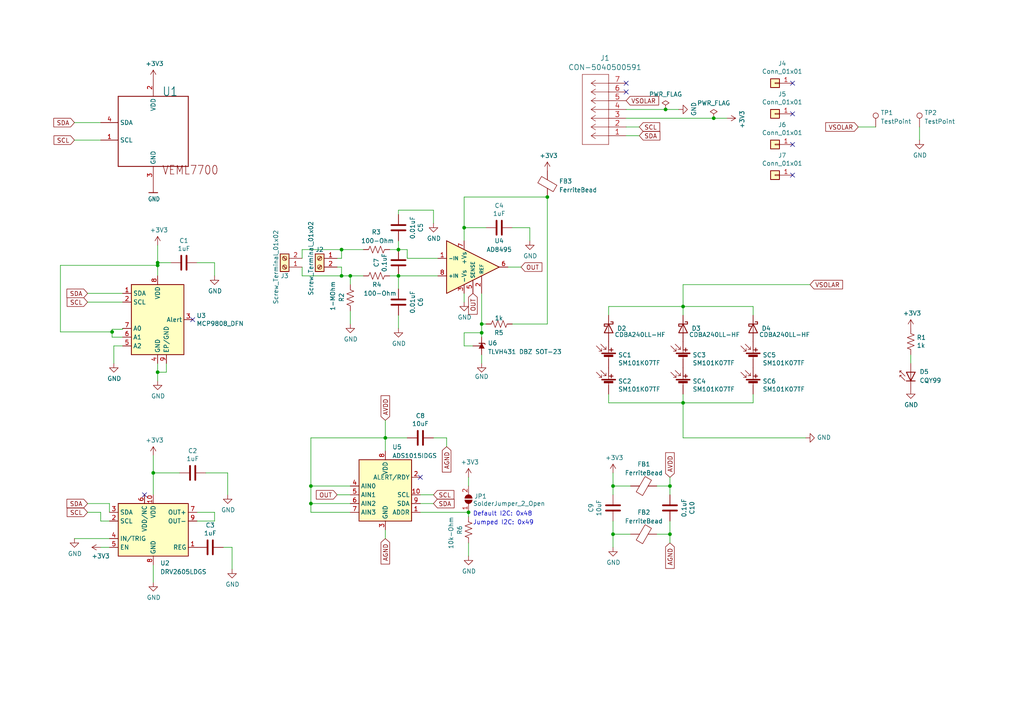
<source format=kicad_sch>
(kicad_sch (version 20211123) (generator eeschema)
  (paper "A4")
  (title_block (title "Solar Panel Board -Z") (date "2023-03-20") (rev "V3") (company "CPP BroncoSpace"))
  (lib_symbols
    (symbol "Adafruit VEML7700-eagle-import:GND" (power)
      (property "Value" "GND" (at -1.524 -2.54 0))
      (symbol "GND_1_0"
        (polyline (pts (xy -1.27 0) (xy 1.27 0)) (stroke (width 0.254)))
        (pin power_in line (at 0 2.54 270) (length 2.54) (name "GND") (number "1"))
      )
    )
    (symbol "Adafruit VEML7700-eagle-import:VEML7700"
      (property "Reference" "IC" (at 2.54 10.16 0))
      (symbol "VEML7700_1_0"
        (polyline (pts (xy -10.16 -10.16) (xy -10.16 10.16)) (stroke (width 0.254)))
        (polyline (pts (xy -10.16 10.16) (xy 10.16 10.16)) (stroke (width 0.254)))
        (polyline (pts (xy 10.16 -10.16) (xy -10.16 -10.16)) (stroke (width 0.254)))
        (polyline (pts (xy 10.16 10.16) (xy 10.16 -10.16)) (stroke (width 0.254)))
        (text "VEML7700" (at 2.54 -12.7 0) (effects (font (size 2.54 2.159)) (justify left bottom)))
        (pin bidirectional line (at -15.24 -2.54 0) (length 5.08) (name "SCL") (number "1"))
        (pin power_in line (at 0 15.24 270) (length 5.08) (name "VDD") (number "2"))
        (pin power_in line (at 0 -15.24 90) (length 5.08) (name "GND") (number "3"))
        (pin bidirectional line (at -15.24 2.54 0) (length 5.08) (name "SDA") (number "4"))
      )
    )
    (symbol "Analog_ADC:ADS1015IDGS"
      (property "Reference" "U" (at 2.54 13.97 0))
      (property "Value" "ADS1015IDGS" (at 7.62 11.43 0))
      (symbol "ADS1015IDGS_0_1"
        (rectangle (start -7.62 10.16) (end 7.62 -7.62) (stroke (width 0.254)) (fill (type background)))
      )
      (symbol "ADS1015IDGS_1_1"
        (pin input line (at 10.16 -5.08 180) (length 2.54) (name "ADDR") (number "1"))
        (pin input line (at 10.16 0 180) (length 2.54) (name "SCL") (number "10"))
        (pin output line (at 10.16 5.08 180) (length 2.54) (name "ALERT/RDY") (number "2"))
        (pin power_in line (at 0 -10.16 90) (length 2.54) (name "GND") (number "3"))
        (pin input line (at -10.16 2.54 0) (length 2.54) (name "AIN0") (number "4"))
        (pin input line (at -10.16 0 0) (length 2.54) (name "AIN1") (number "5"))
        (pin input line (at -10.16 -2.54 0) (length 2.54) (name "AIN2") (number "6"))
        (pin input line (at -10.16 -5.08 0) (length 2.54) (name "AIN3") (number "7"))
        (pin power_in line (at 0 12.7 270) (length 2.54) (name "VDD") (number "8"))
        (pin bidirectional line (at 10.16 -2.54 180) (length 2.54) (name "SDA") (number "9"))
      )
    )
    (symbol "Connector:Screw_Terminal_01x02" (pin_names (offset 1.016) hide)
      (property "Reference" "J" (at 0 2.54 0))
      (property "Value" "Screw_Terminal_01x02" (at 0 -5.08 0))
      (symbol "Screw_Terminal_01x02_1_1"
        (rectangle (start -1.27 1.27) (end 1.27 -3.81) (stroke (width 0.254)) (fill (type background)))
        (circle (center 0 -2.54) (radius 0.635) (stroke (width 0.1524)))
        (polyline (pts (xy -0.5334 -2.2098) (xy 0.3302 -3.048)) (stroke (width 0.1524)))
        (polyline (pts (xy -0.5334 0.3302) (xy 0.3302 -0.508)) (stroke (width 0.1524)))
        (polyline (pts (xy -0.3556 -2.032) (xy 0.508 -2.8702)) (stroke (width 0.1524)))
        (polyline (pts (xy -0.3556 0.508) (xy 0.508 -0.3302)) (stroke (width 0.1524)))
        (circle (center 0 0) (radius 0.635) (stroke (width 0.1524)))
        (pin passive line (at -5.08 0 0) (length 3.81) (name "Pin_1") (number "1"))
        (pin passive line (at -5.08 -2.54 0) (length 3.81) (name "Pin_2") (number "2"))
      )
    )
    (symbol "Connector:TestPoint" (pin_numbers hide) (pin_names (offset 0.762) hide)
      (property "Reference" "TP" (at 0 6.858 0))
      (property "Value" "TestPoint" (at 0 5.08 0))
      (symbol "TestPoint_0_1"
        (circle (center 0 3.302) (radius 0.762))
      )
      (symbol "TestPoint_1_1"
        (pin passive line (at 0 0 90) (length 2.54) (name "1") (number "1"))
      )
    )
    (symbol "Connector_Generic:Conn_01x01" (pin_names (offset 1.016) hide)
      (property "Reference" "J" (at 0 2.54 0))
      (property "Value" "Conn_01x01" (at 0 -2.54 0))
      (symbol "Conn_01x01_1_1"
        (rectangle (start -1.27 0.127) (end 0 -0.127) (stroke (width 0.1524)))
        (rectangle (start -1.27 1.27) (end 1.27 -1.27) (stroke (width 0.254)) (fill (type background)))
        (pin passive line (at -5.08 0 0) (length 3.81) (name "Pin_1") (number "1"))
      )
    )
    (symbol "Device:C" (pin_numbers hide) (pin_names (offset 0.254))
      (property "Reference" "C" (at 0.635 2.54 0))
      (property "Value" "C" (at 0.635 -2.54 0))
      (symbol "C_0_1"
        (polyline (pts (xy -2.032 -0.762) (xy 2.032 -0.762)) (stroke (width 0.508)))
        (polyline (pts (xy -2.032 0.762) (xy 2.032 0.762)) (stroke (width 0.508)))
      )
      (symbol "C_1_1"
        (pin passive line (at 0 3.81 270) (length 2.794) (name "~") (number "1"))
        (pin passive line (at 0 -3.81 90) (length 2.794) (name "~") (number "2"))
      )
    )
    (symbol "Device:D_Schottky" (pin_numbers hide) (pin_names (offset 1.016) hide)
      (property "Reference" "D" (at 0 2.54 0))
      (property "Value" "D_Schottky" (at 0 -2.54 0))
      (symbol "D_Schottky_0_1"
        (polyline (pts (xy 1.27 0) (xy -1.27 0)))
        (polyline (pts (xy 1.27 1.27) (xy 1.27 -1.27) (xy -1.27 0) (xy 1.27 1.27)) (stroke (width 0.254)))
        (polyline (pts (xy -1.905 0.635) (xy -1.905 1.27) (xy -1.27 1.27) (xy -1.27 -1.27) (xy -0.635 -1.27) (xy -0.635 -0.635)) (stroke (width 0.254)))
      )
      (symbol "D_Schottky_1_1"
        (pin passive line (at -3.81 0 0) (length 2.54) (name "K") (number "1"))
        (pin passive line (at 3.81 0 180) (length 2.54) (name "A") (number "2"))
      )
    )
    (symbol "Device:FerriteBead" (pin_numbers hide) (pin_names (offset 0))
      (property "Reference" "FB" (at -3.81 0.635 90))
      (property "Value" "FerriteBead" (at 3.81 0 90))
      (symbol "FerriteBead_0_1"
        (polyline (pts (xy 0 -1.27) (xy 0 -1.2192)))
        (polyline (pts (xy 0 1.27) (xy 0 1.2954)))
        (polyline (pts (xy -2.7686 0.4064) (xy -1.7018 2.2606) (xy 2.7686 -0.3048) (xy 1.6764 -2.159) (xy -2.7686 0.4064)))
      )
      (symbol "FerriteBead_1_1"
        (pin passive line (at 0 3.81 270) (length 2.54) (name "~") (number "1"))
        (pin passive line (at 0 -3.81 90) (length 2.54) (name "~") (number "2"))
      )
    )
    (symbol "Device:R_US" (pin_numbers hide) (pin_names (offset 0))
      (property "Reference" "R" (at 2.54 0 90))
      (property "Value" "R_US" (at -2.54 0 90))
      (symbol "R_US_0_1"
        (polyline (pts (xy 0 -2.286) (xy 0 -2.54)))
        (polyline (pts (xy 0 2.286) (xy 0 2.54)))
        (polyline (pts (xy 0 -0.762) (xy 1.016 -1.143) (xy 0 -1.524) (xy -1.016 -1.905) (xy 0 -2.286)))
        (polyline (pts (xy 0 0.762) (xy 1.016 0.381) (xy 0 0) (xy -1.016 -0.381) (xy 0 -0.762)))
        (polyline (pts (xy 0 2.286) (xy 1.016 1.905) (xy 0 1.524) (xy -1.016 1.143) (xy 0 0.762)))
      )
      (symbol "R_US_1_1"
        (pin passive line (at 0 3.81 270) (length 1.27) (name "~") (number "1"))
        (pin passive line (at 0 -3.81 90) (length 1.27) (name "~") (number "2"))
      )
    )
    (symbol "Device:Solar_Cell" (pin_numbers hide) (pin_names (offset 0) hide)
      (property "Reference" "SC" (at 2.54 2.54 0))
      (property "Value" "Solar_Cell" (at 2.54 0 0))
      (symbol "Solar_Cell_0_1"
        (rectangle (start -2.032 1.778) (end 2.032 1.524) (fill (type outline)))
        (rectangle (start -1.3208 1.1938) (end 1.27 0.6858) (fill (type outline)))
        (polyline (pts (xy -2.032 2.286) (xy -3.556 3.81)))
        (polyline (pts (xy -0.762 2.794) (xy -2.286 4.318)))
        (polyline (pts (xy 0 0.762) (xy 0 0)))
        (polyline (pts (xy 0 1.778) (xy 0 2.54)))
        (polyline (pts (xy 0.254 2.667) (xy 1.27 2.667)) (stroke (width 0.254)))
        (polyline (pts (xy 0.762 3.175) (xy 0.762 2.159)) (stroke (width 0.254)))
        (polyline (pts (xy -2.032 3.048) (xy -2.032 2.286) (xy -2.794 2.286)))
        (polyline (pts (xy -0.762 3.556) (xy -0.762 2.794) (xy -1.524 2.794)))
      )
      (symbol "Solar_Cell_1_1"
        (pin passive line (at 0 5.08 270) (length 2.54) (name "+") (number "1"))
        (pin passive line (at 0 -2.54 90) (length 2.54) (name "-") (number "2"))
      )
    )
    (symbol "Driver_Haptic:DRV2605LDGS"
      (property "Reference" "U" (at -10.16 8.255 0))
      (property "Value" "DRV2605LDGS" (at 2.54 -8.89 0))
      (symbol "DRV2605LDGS_0_1"
        (rectangle (start -10.16 7.62) (end 10.16 -7.62) (stroke (width 0.254)) (fill (type background)))
      )
      (symbol "DRV2605LDGS_1_1"
        (pin passive line (at 12.7 -5.08 180) (length 2.54) (name "REG") (number "1"))
        (pin power_in line (at 0 10.16 270) (length 2.54) (name "VDD") (number "10"))
        (pin input line (at -12.7 2.54 0) (length 2.54) (name "SCL") (number "2"))
        (pin bidirectional line (at -12.7 5.08 0) (length 2.54) (name "SDA") (number "3"))
        (pin input line (at -12.7 -2.54 0) (length 2.54) (name "IN/TRIG") (number "4"))
        (pin input line (at -12.7 -5.08 0) (length 2.54) (name "EN") (number "5"))
        (pin power_in line (at -2.54 10.16 270) (length 2.54) (name "VDD/NC") (number "6"))
        (pin output line (at 12.7 5.08 180) (length 2.54) (name "OUT+") (number "7"))
        (pin power_in line (at 0 -10.16 90) (length 2.54) (name "GND") (number "8"))
        (pin output line (at 12.7 2.54 180) (length 2.54) (name "OUT-") (number "9"))
      )
    )
    (symbol "Jumper:SolderJumper_2_Open" (pin_names (offset 0) hide)
      (property "Reference" "JP" (at 0 2.032 0))
      (property "Value" "SolderJumper_2_Open" (at 0 -2.54 0))
      (symbol "SolderJumper_2_Open_0_1"
        (arc (start -0.254 1.016) (mid -1.27 0) (end -0.254 -1.016))
        (arc (start -0.254 1.016) (mid -1.27 0) (end -0.254 -1.016) (fill (type outline)))
        (polyline (pts (xy -0.254 1.016) (xy -0.254 -1.016)))
        (polyline (pts (xy 0.254 1.016) (xy 0.254 -1.016)))
        (arc (start 0.254 -1.016) (mid 1.27 0) (end 0.254 1.016))
        (arc (start 0.254 -1.016) (mid 1.27 0) (end 0.254 1.016) (fill (type outline)))
      )
      (symbol "SolderJumper_2_Open_1_1"
        (pin passive line (at -3.81 0 0) (length 2.54) (name "A") (number "1"))
        (pin passive line (at 3.81 0 180) (length 2.54) (name "B") (number "2"))
      )
    )
    (symbol "LED:CQY99" (pin_numbers hide) (pin_names (offset 1.016) hide)
      (property "Reference" "D" (at 0.508 1.778 0))
      (property "Value" "CQY99" (at -1.016 -2.794 0))
      (symbol "CQY99_0_1"
        (polyline (pts (xy -2.54 1.27) (xy -2.54 -1.27)) (stroke (width 0.254)))
        (polyline (pts (xy 0 0) (xy -2.54 0)))
        (polyline (pts (xy 0.381 3.175) (xy -0.127 3.175)))
        (polyline (pts (xy -1.143 1.651) (xy 0.381 3.175) (xy 0.381 2.667)))
        (polyline (pts (xy 0 -1.27) (xy -2.54 0) (xy 0 1.27) (xy 0 -1.27)) (stroke (width 0.254)))
        (polyline (pts (xy -2.413 1.651) (xy -0.889 3.175) (xy -0.889 2.667) (xy -0.889 3.175) (xy -1.397 3.175)))
      )
      (symbol "CQY99_1_1"
        (pin passive line (at -5.08 0 0) (length 2.54) (name "K") (number "1"))
        (pin passive line (at 2.54 0 180) (length 2.54) (name "A") (number "2"))
      )
    )
    (symbol "Reference_Voltage:TL431DBZ" (pin_numbers hide) (pin_names hide)
      (property "Reference" "U" (at -2.54 2.54 0))
      (property "Value" "TL431DBZ" (at 0 -2.54 0))
      (symbol "TL431DBZ_0_1"
        (polyline (pts (xy -1.27 0) (xy 0 0) (xy 1.27 0)))
        (polyline (pts (xy -0.762 0.762) (xy 0.762 0) (xy -0.762 -0.762)) (fill (type outline)))
        (polyline (pts (xy 0.508 -1.016) (xy 0.762 -0.762) (xy 0.762 0.762) (xy 0.762 0.762)) (stroke (width 0.254)))
      )
      (symbol "TL431DBZ_1_1"
        (pin passive line (at 2.54 0 180) (length 2.54) (name "K") (number "1"))
        (pin passive line (at 0 2.54 270) (length 2.54) (name "REF") (number "2"))
        (pin passive line (at -2.54 0 0) (length 2.54) (name "A") (number "3"))
      )
    )
    (symbol "Sensor_Temperature:AD8495"
      (property "Reference" "U" (at 5.08 3.81 0))
      (property "Value" "AD8495" (at 8.89 -3.81 0))
      (symbol "AD8495_0_1"
        (polyline (pts (xy -7.62 7.62) (xy 7.62 0) (xy -7.62 -7.62) (xy -7.62 7.62)) (stroke (width 0.254)) (fill (type background)))
      )
      (symbol "AD8495_1_1"
        (pin input line (at -10.16 2.54 0) (length 2.54) (name "-IN") (number "1"))
        (pin input line (at 2.54 -7.62 90) (length 5.08) (name "REF") (number "2"))
        (pin power_in line (at -2.54 -7.62 90) (length 2.54) (name "-Vs") (number "3"))
        (pin no_connect line (at -5.08 0 180) (length 2.54) hide (name "NC") (number "4"))
        (pin passive line (at 0 -7.62 90) (length 3.81) (name "SENSE") (number "5"))
        (pin output line (at 10.16 0 180) (length 2.54) (name "~") (number "6"))
        (pin power_in line (at -2.54 7.62 270) (length 2.54) (name "+Vs") (number "7"))
        (pin input line (at -10.16 -2.54 0) (length 2.54) (name "+IN") (number "8"))
      )
    )
    (symbol "Sensor_Temperature:MCP9808_DFN"
      (property "Reference" "U" (at -6.35 11.43 0))
      (property "Value" "MCP9808_DFN" (at 10.16 11.43 0))
      (symbol "MCP9808_DFN_0_1"
        (rectangle (start -7.62 10.16) (end 7.62 -10.16) (stroke (width 0.254)) (fill (type background)))
      )
      (symbol "MCP9808_DFN_1_1"
        (pin bidirectional line (at -10.16 7.62 0) (length 2.54) (name "SDA") (number "1"))
        (pin input line (at -10.16 5.08 0) (length 2.54) (name "SCL") (number "2"))
        (pin output line (at 10.16 0 180) (length 2.54) (name "Alert") (number "3"))
        (pin power_in line (at 0 -12.7 90) (length 2.54) (name "GND") (number "4"))
        (pin input line (at -10.16 -7.62 0) (length 2.54) (name "A2") (number "5"))
        (pin input line (at -10.16 -5.08 0) (length 2.54) (name "A1") (number "6"))
        (pin input line (at -10.16 -2.54 0) (length 2.54) (name "A0") (number "7"))
        (pin power_in line (at 0 12.7 270) (length 2.54) (name "VDD") (number "8"))
        (pin power_in line (at 2.54 -12.7 90) (length 2.54) (name "EP/GND") (number "9"))
      )
    )
    (symbol "power:GND" (power) (pin_names (offset 0))
      (property "Value" "GND" (at 0 -3.81 0))
      (symbol "GND_0_1"
        (polyline (pts (xy 0 0) (xy 0 -1.27) (xy 1.27 -1.27) (xy 0 -2.54) (xy -1.27 -1.27) (xy 0 -1.27)))
      )
      (symbol "GND_1_1"
        (pin power_in line (at 0 0 270) (length 0) hide (name "GND") (number "1"))
      )
    )
    (symbol "power:PWR_FLAG" (power) (pin_numbers hide) (pin_names (offset 0) hide)
      (property "Value" "PWR_FLAG" (at 0 3.81 0))
      (symbol "PWR_FLAG_0_0"
        (pin power_out line (at 0 0 90) (length 0) (name "pwr") (number "1"))
      )
      (symbol "PWR_FLAG_0_1"
        (polyline (pts (xy 0 0) (xy 0 1.27) (xy -1.016 1.905) (xy 0 2.54) (xy 1.016 1.905) (xy 0 1.27)))
      )
    )
    (symbol "solar-panel-side-Z-rescue:+3.3V-power" (power) (pin_names (offset 0))
      (property "Value" "+3.3V-power" (at 0 3.556 0))
      (symbol "+3.3V-power_0_1"
        (polyline (pts (xy -0.762 1.27) (xy 0 2.54)))
        (polyline (pts (xy 0 0) (xy 0 2.54)))
        (polyline (pts (xy 0 2.54) (xy 0.762 1.27)))
      )
      (symbol "+3.3V-power_1_1"
        (pin power_in line (at 0 0 90) (length 0) hide (name "+3V3") (number "1"))
      )
    )
    (symbol "solar-panel-side-Z-rescue:CON-5040500591-ExtraComponents" (pin_names (offset 0.254) hide)
      (property "Reference" "J" (at 8.89 6.35 0))
      (property "Value" "CON-5040500591-ExtraComponents" (at 10.16 -7.62 0))
      (symbol "CON-5040500591-ExtraComponents_1_1"
        (polyline (pts (xy 5.08 -17.78) (xy 12.7 -17.78)) (stroke (width 0.127)))
        (polyline (pts (xy 5.08 2.54) (xy 5.08 -17.78)) (stroke (width 0.127)))
        (polyline (pts (xy 10.16 -15.24) (xy 5.08 -15.24)) (stroke (width 0.127)))
        (polyline (pts (xy 10.16 -15.24) (xy 8.89 -16.0782)) (stroke (width 0.127)))
        (polyline (pts (xy 10.16 -15.24) (xy 8.89 -14.4018)) (stroke (width 0.127)))
        (polyline (pts (xy 10.16 -12.7) (xy 5.08 -12.7)) (stroke (width 0.127)))
        (polyline (pts (xy 10.16 -12.7) (xy 8.89 -13.5382)) (stroke (width 0.127)))
        (polyline (pts (xy 10.16 -12.7) (xy 8.89 -11.8618)) (stroke (width 0.127)))
        (polyline (pts (xy 10.16 -10.16) (xy 5.08 -10.16)) (stroke (width 0.127)))
        (polyline (pts (xy 10.16 -10.16) (xy 8.89 -10.9982)) (stroke (width 0.127)))
        (polyline (pts (xy 10.16 -10.16) (xy 8.89 -9.3218)) (stroke (width 0.127)))
        (polyline (pts (xy 10.16 -7.62) (xy 5.08 -7.62)) (stroke (width 0.127)))
        (polyline (pts (xy 10.16 -7.62) (xy 8.89 -8.4582)) (stroke (width 0.127)))
        (polyline (pts (xy 10.16 -7.62) (xy 8.89 -6.7818)) (stroke (width 0.127)))
        (polyline (pts (xy 10.16 -5.08) (xy 5.08 -5.08)) (stroke (width 0.127)))
        (polyline (pts (xy 10.16 -5.08) (xy 8.89 -5.9182)) (stroke (width 0.127)))
        (polyline (pts (xy 10.16 -5.08) (xy 8.89 -4.2418)) (stroke (width 0.127)))
        (polyline (pts (xy 10.16 -2.54) (xy 5.08 -2.54)) (stroke (width 0.127)))
        (polyline (pts (xy 10.16 -2.54) (xy 8.89 -3.3782)) (stroke (width 0.127)))
        (polyline (pts (xy 10.16 -2.54) (xy 8.89 -1.7018)) (stroke (width 0.127)))
        (polyline (pts (xy 10.16 0) (xy 5.08 0)) (stroke (width 0.127)))
        (polyline (pts (xy 10.16 0) (xy 8.89 -0.8382)) (stroke (width 0.127)))
        (polyline (pts (xy 10.16 0) (xy 8.89 0.8382)) (stroke (width 0.127)))
        (polyline (pts (xy 12.7 -17.78) (xy 12.7 2.54)) (stroke (width 0.127)))
        (polyline (pts (xy 12.7 2.54) (xy 5.08 2.54)) (stroke (width 0.127)))
        (pin unspecified line (at 0 0 0) (length 5.08) (name "1") (number "1"))
        (pin unspecified line (at 0 -2.54 0) (length 5.08) (name "2") (number "2"))
        (pin unspecified line (at 0 -5.08 0) (length 5.08) (name "3") (number "3"))
        (pin unspecified line (at 0 -7.62 0) (length 5.08) (name "4") (number "4"))
        (pin unspecified line (at 0 -10.16 0) (length 5.08) (name "5") (number "5"))
        (pin unspecified line (at 0 -12.7 0) (length 5.08) (name "6") (number "6"))
        (pin unspecified line (at 0 -15.24 0) (length 5.08) (name "7") (number "7"))
      )
    )
  )
  (junction (at 90.17 146.05))
  (junction (at 194.31 140.97))
  (junction (at 139.7 96.52))
  (junction (at 101.6 80.01))
  (junction (at 45.72 107.95))
  (junction (at 99.06 72.39))
  (junction (at 32.512 96.266))
  (junction (at 177.8 140.97))
  (junction (at 139.7 93.98))
  (junction (at 115.57 72.39))
  (junction (at 44.45 137.16))
  (junction (at 158.75 57.15))
  (junction (at 194.31 154.94))
  (junction (at 198.12 88.9))
  (junction (at 198.12 116.84))
  (junction (at 193.04 31.75))
  (junction (at 45.72 76.2))
  (junction (at 115.57 80.01))
  (junction (at 111.76 127))
  (junction (at 207.01 34.29))
  (junction (at 45.72 76.962))
  (junction (at 135.89 148.59))
  (junction (at 99.06 80.01))
  (junction (at 90.17 140.97))
  (junction (at 134.62 66.04))
  (junction (at 177.8 154.94))
  (no_connect (at 181.61 24.13))
  (no_connect (at 229.87 41.91))
  (no_connect (at 229.87 33.02))
  (no_connect (at 41.91 143.51))
  (no_connect (at 55.88 92.71))
  (no_connect (at 181.61 26.67))
  (no_connect (at 229.87 24.13))
  (no_connect (at 229.87 50.8))
  (no_connect (at 121.92 138.43))
  (wire (pts (xy 115.57 62.23) (xy 115.57 60.96)))
  (wire (pts (xy 190.5 154.94) (xy 194.31 154.94)))
  (wire (pts (xy 25.4 87.63) (xy 35.56 87.63)))
  (wire (pts (xy 99.06 80.01) (xy 87.63 80.01)))
  (wire (pts (xy 198.12 82.55) (xy 234.95 82.55)))
  (wire (pts (xy 134.62 69.85) (xy 134.62 66.04)))
  (wire (pts (xy 101.6 80.01) (xy 105.41 80.01)))
  (wire (pts (xy 139.7 96.52) (xy 139.7 97.79)))
  (wire (pts (xy 139.7 93.98) (xy 139.7 96.52)))
  (wire (pts (xy 48.26 107.95) (xy 45.72 107.95)))
  (wire (pts (xy 32.512 95.504) (xy 35.56 95.504)))
  (wire (pts (xy 181.61 34.29) (xy 207.01 34.29)))
  (wire (pts (xy 181.61 36.83) (xy 185.42 36.83)))
  (wire (pts (xy 29.21 148.59) (xy 29.21 151.13)))
  (wire (pts (xy 44.45 137.16) (xy 44.45 143.51)))
  (wire (pts (xy 101.6 143.51) (xy 97.79 143.51)))
  (wire (pts (xy 177.8 151.13) (xy 177.8 154.94)))
  (wire (pts (xy 101.6 80.01) (xy 101.6 82.55)))
  (wire (pts (xy 153.67 66.04) (xy 153.67 69.85)))
  (wire (pts (xy 134.62 100.33) (xy 137.16 100.33)))
  (wire (pts (xy 31.75 146.05) (xy 31.75 148.59)))
  (wire (pts (xy 62.23 76.2) (xy 62.23 80.01)))
  (wire (pts (xy 127 74.93) (xy 118.11 74.93)))
  (wire (pts (xy 198.12 116.84) (xy 218.44 116.84)))
  (wire (pts (xy 45.72 76.2) (xy 45.72 76.962)))
  (wire (pts (xy 87.63 80.01) (xy 87.63 77.47)))
  (wire (pts (xy 99.06 80.01) (xy 101.6 80.01)))
  (wire (pts (xy 177.8 140.97) (xy 177.8 143.51)))
  (wire (pts (xy 147.32 77.47) (xy 151.13 77.47)))
  (wire (pts (xy 17.526 76.962) (xy 17.526 96.266)))
  (wire (pts (xy 121.92 148.59) (xy 135.89 148.59)))
  (wire (pts (xy 254 36.83) (xy 248.92 36.83)))
  (wire (pts (xy 87.63 72.39) (xy 87.63 74.93)))
  (wire (pts (xy 48.26 105.41) (xy 48.26 107.95)))
  (wire (pts (xy 90.17 127) (xy 111.76 127)))
  (wire (pts (xy 135.89 138.43) (xy 135.89 140.97)))
  (wire (pts (xy 194.31 154.94) (xy 194.31 157.48)))
  (wire (pts (xy 90.17 146.05) (xy 101.6 146.05)))
  (wire (pts (xy 44.45 163.83) (xy 44.45 168.91)))
  (wire (pts (xy 158.75 57.15) (xy 134.62 57.15)))
  (wire (pts (xy 45.72 76.962) (xy 17.526 76.962)))
  (wire (pts (xy 29.21 35.56) (xy 21.59 35.56)))
  (wire (pts (xy 99.06 72.39) (xy 87.63 72.39)))
  (wire (pts (xy 198.12 91.44) (xy 198.12 88.9)))
  (wire (pts (xy 125.73 127) (xy 129.54 127)))
  (wire (pts (xy 32.512 96.266) (xy 32.512 95.504)))
  (wire (pts (xy 194.31 140.97) (xy 194.31 143.51)))
  (wire (pts (xy 57.15 151.13) (xy 62.23 151.13)))
  (wire (pts (xy 97.79 74.93) (xy 99.06 74.93)))
  (wire (pts (xy 198.12 88.9) (xy 218.44 88.9)))
  (wire (pts (xy 177.8 140.97) (xy 182.88 140.97)))
  (wire (pts (xy 25.4 85.09) (xy 35.56 85.09)))
  (wire (pts (xy 134.62 96.52) (xy 139.7 96.52)))
  (wire (pts (xy 57.15 148.59) (xy 62.23 148.59)))
  (wire (pts (xy 129.54 127) (xy 129.54 129.54)))
  (wire (pts (xy 35.56 97.79) (xy 32.512 97.79)))
  (wire (pts (xy 25.4 148.59) (xy 29.21 148.59)))
  (wire (pts (xy 177.8 154.94) (xy 182.88 154.94)))
  (wire (pts (xy 97.79 77.47) (xy 99.06 77.47)))
  (wire (pts (xy 148.59 93.98) (xy 158.75 93.98)))
  (wire (pts (xy 45.72 76.2) (xy 49.53 76.2)))
  (wire (pts (xy 115.57 91.44) (xy 115.57 95.25)))
  (wire (pts (xy 45.72 107.95) (xy 45.72 110.49)))
  (wire (pts (xy 99.06 72.39) (xy 105.41 72.39)))
  (wire (pts (xy 21.59 40.64) (xy 29.21 40.64)))
  (wire (pts (xy 135.89 148.59) (xy 135.89 149.86)))
  (wire (pts (xy 181.61 31.75) (xy 193.04 31.75)))
  (wire (pts (xy 139.7 85.09) (xy 139.7 93.98)))
  (wire (pts (xy 193.04 31.75) (xy 196.85 31.75)))
  (wire (pts (xy 198.12 127) (xy 233.68 127)))
  (wire (pts (xy 176.53 88.9) (xy 198.12 88.9)))
  (wire (pts (xy 177.8 137.16) (xy 177.8 140.97)))
  (wire (pts (xy 134.62 66.04) (xy 140.97 66.04)))
  (wire (pts (xy 194.31 138.43) (xy 194.31 140.97)))
  (wire (pts (xy 90.17 140.97) (xy 101.6 140.97)))
  (wire (pts (xy 113.03 80.01) (xy 115.57 80.01)))
  (wire (pts (xy 29.21 158.75) (xy 31.75 158.75)))
  (wire (pts (xy 45.72 76.962) (xy 45.72 80.01)))
  (wire (pts (xy 25.4 146.05) (xy 31.75 146.05)))
  (wire (pts (xy 121.92 143.51) (xy 125.73 143.51)))
  (wire (pts (xy 113.03 72.39) (xy 115.57 72.39)))
  (wire (pts (xy 198.12 127) (xy 198.12 116.84)))
  (wire (pts (xy 134.62 57.15) (xy 134.62 66.04)))
  (wire (pts (xy 115.57 72.39) (xy 118.11 72.39)))
  (wire (pts (xy 111.76 127) (xy 111.76 130.81)))
  (wire (pts (xy 44.45 137.16) (xy 52.07 137.16)))
  (wire (pts (xy 115.57 80.01) (xy 127 80.01)))
  (wire (pts (xy 176.53 116.84) (xy 198.12 116.84)))
  (wire (pts (xy 45.72 71.12) (xy 45.72 76.2)))
  (wire (pts (xy 198.12 116.84) (xy 198.12 114.3)))
  (wire (pts (xy 90.17 146.05) (xy 90.17 140.97)))
  (wire (pts (xy 59.69 137.16) (xy 66.04 137.16)))
  (wire (pts (xy 177.8 154.94) (xy 177.8 158.75)))
  (wire (pts (xy 181.61 39.37) (xy 185.42 39.37)))
  (wire (pts (xy 115.57 60.96) (xy 125.73 60.96)))
  (wire (pts (xy 90.17 148.59) (xy 90.17 146.05)))
  (wire (pts (xy 134.62 96.52) (xy 134.62 100.33)))
  (wire (pts (xy 194.31 151.13) (xy 194.31 154.94)))
  (wire (pts (xy 66.04 137.16) (xy 66.04 143.51)))
  (wire (pts (xy 29.21 151.13) (xy 31.75 151.13)))
  (wire (pts (xy 17.526 96.266) (xy 32.512 96.266)))
  (wire (pts (xy 64.77 158.75) (xy 67.31 158.75)))
  (wire (pts (xy 99.06 80.01) (xy 99.06 77.47)))
  (wire (pts (xy 90.17 140.97) (xy 90.17 127)))
  (wire (pts (xy 134.62 85.09) (xy 134.62 87.63)))
  (wire (pts (xy 207.01 34.29) (xy 210.82 34.29)))
  (wire (pts (xy 176.53 88.9) (xy 176.53 91.44)))
  (wire (pts (xy 115.57 69.85) (xy 115.57 72.39)))
  (wire (pts (xy 198.12 88.9) (xy 198.12 82.55)))
  (wire (pts (xy 125.73 60.96) (xy 125.73 64.77)))
  (wire (pts (xy 118.11 74.93) (xy 118.11 72.39)))
  (wire (pts (xy 218.44 116.84) (xy 218.44 114.3)))
  (wire (pts (xy 62.23 151.13) (xy 62.23 148.59)))
  (wire (pts (xy 264.16 105.41) (xy 264.16 102.87)))
  (wire (pts (xy 44.45 132.08) (xy 44.45 137.16)))
  (wire (pts (xy 218.44 91.44) (xy 218.44 88.9)))
  (wire (pts (xy 158.75 57.15) (xy 158.75 93.98)))
  (wire (pts (xy 139.7 102.87) (xy 139.7 105.41)))
  (wire (pts (xy 121.92 146.05) (xy 125.73 146.05)))
  (wire (pts (xy 140.97 93.98) (xy 139.7 93.98)))
  (wire (pts (xy 101.6 90.17) (xy 101.6 93.98)))
  (wire (pts (xy 111.76 121.92) (xy 111.76 127)))
  (wire (pts (xy 35.56 95.504) (xy 35.56 95.25)))
  (wire (pts (xy 21.59 156.21) (xy 31.75 156.21)))
  (wire (pts (xy 32.512 97.79) (xy 32.512 96.266)))
  (wire (pts (xy 67.31 158.75) (xy 67.31 165.1)))
  (wire (pts (xy 33.02 100.33) (xy 33.02 105.41)))
  (wire (pts (xy 45.72 105.41) (xy 45.72 107.95)))
  (wire (pts (xy 111.76 153.67) (xy 111.76 156.21)))
  (wire (pts (xy 101.6 148.59) (xy 90.17 148.59)))
  (wire (pts (xy 148.59 66.04) (xy 153.67 66.04)))
  (wire (pts (xy 111.76 127) (xy 118.11 127)))
  (wire (pts (xy 35.56 100.33) (xy 33.02 100.33)))
  (wire (pts (xy 57.15 76.2) (xy 62.23 76.2)))
  (wire (pts (xy 99.06 72.39) (xy 99.06 74.93)))
  (wire (pts (xy 135.89 157.48) (xy 135.89 161.29)))
  (wire (pts (xy 190.5 140.97) (xy 194.31 140.97)))
  (wire (pts (xy 266.7 36.83) (xy 266.7 40.64)))
  (wire (pts (xy 115.57 80.01) (xy 115.57 83.82)))
  (wire (pts (xy 176.53 116.84) (xy 176.53 114.3)))
  (text "Default I2C: 0x48" (at 137.16 149.86 0) (effects (font (size 1.27 1.27)) (justify left bottom)))
  (text "Jumped I2C: 0x49" (at 137.16 152.4 0) (effects (font (size 1.27 1.27)) (justify left bottom)))
  (global_label "SDA" (shape input) (at 21.59 35.56 180) (property "Intersheet References" "${INTERSHEET_REFS}" (effects hide)))
  (global_label "SCL" (shape input) (at 25.4 87.63 180) (property "Intersheet References" "${INTERSHEET_REFS}" (effects hide)))
  (global_label "OUT" (shape input) (at 97.79 143.51 180) (property "Intersheet References" "${INTERSHEET_REFS}" (effects hide)))
  (global_label "AVDD" (shape input) (at 111.76 121.92 90) (property "Intersheet References" "${INTERSHEET_REFS}" (effects hide)))
  (global_label "SDA" (shape input) (at 125.73 146.05 0) (property "Intersheet References" "${INTERSHEET_REFS}" (effects hide)))
  (global_label "OUT" (shape input) (at 151.13 77.47 0) (property "Intersheet References" "${INTERSHEET_REFS}" (effects hide)))
  (global_label "AGND" (shape input) (at 129.54 129.54 270) (property "Intersheet References" "${INTERSHEET_REFS}" (effects hide)))
  (global_label "SDA" (shape input) (at 185.42 39.37 0) (property "Intersheet References" "${INTERSHEET_REFS}" (effects hide)))
  (global_label "VSOLAR" (shape input) (at 234.95 82.55 0) (property "Intersheet References" "${INTERSHEET_REFS}" (effects hide)))
  (global_label "SCL" (shape input) (at 125.73 143.51 0) (property "Intersheet References" "${INTERSHEET_REFS}" (effects hide)))
  (global_label "SCL" (shape input) (at 25.4 148.59 180) (property "Intersheet References" "${INTERSHEET_REFS}" (effects hide)))
  (global_label "SCL" (shape input) (at 21.59 40.64 180) (property "Intersheet References" "${INTERSHEET_REFS}" (effects hide)))
  (global_label "SDA" (shape input) (at 25.4 146.05 180) (property "Intersheet References" "${INTERSHEET_REFS}" (effects hide)))
  (global_label "AVDD" (shape input) (at 194.31 138.43 90) (property "Intersheet References" "${INTERSHEET_REFS}" (effects hide)))
  (global_label "VSOLAR" (shape input) (at 248.92 36.83 180) (property "Intersheet References" "${INTERSHEET_REFS}" (effects hide)))
  (global_label "AGND" (shape input) (at 111.76 156.21 270) (property "Intersheet References" "${INTERSHEET_REFS}" (effects hide)))
  (global_label "SDA" (shape input) (at 25.4 85.09 180) (property "Intersheet References" "${INTERSHEET_REFS}" (effects hide)))
  (global_label "OUT" (shape input) (at 137.16 85.09 270) (property "Intersheet References" "${INTERSHEET_REFS}" (effects hide)))
  (global_label "AGND" (shape input) (at 194.31 157.48 270) (property "Intersheet References" "${INTERSHEET_REFS}" (effects hide)))
  (global_label "SCL" (shape input) (at 185.42 36.83 0) (property "Intersheet References" "${INTERSHEET_REFS}" (effects hide)))
  (global_label "VSOLAR" (shape input) (at 181.61 29.21 0) (property "Intersheet References" "${INTERSHEET_REFS}" (effects hide)))
  (symbol (lib_id "Device:D_Schottky") (at 176.53 95.25 270) (unit 1)
    (property "Reference" "D2" (at 180.34 95.25 90))
    (property "Value" "CDBA240LL-HF" (at 193.04 97.79 90) (effects (justify right bottom)))
    (property "Footprint" "SolarPanelBoards:DO-214AC" (effects hide))
  )
  (symbol (lib_id "Device:Solar_Cell") (at 176.53 111.76 0) (unit 1)
    (property "Reference" "SC2" (at 179.2732 110.5916 0) (effects (justify left)))
    (property "Value" "SM101K07TF" (at 179.2732 112.903 0) (effects (justify left)))
    (property "Footprint" "SolarPanelBoards:KXOB101K08F-TR" (effects hide))
  )
  (symbol (lib_id "Device:Solar_Cell") (at 198.12 104.14 0) (unit 1)
    (property "Reference" "SC3" (at 200.8632 102.9716 0) (effects (justify left)))
    (property "Value" "SM101K07TF" (at 200.8632 105.283 0) (effects (justify left)))
    (property "Footprint" "SolarPanelBoards:KXOB101K08F-TR" (effects hide))
  )
  (symbol (lib_id "Device:Solar_Cell") (at 198.12 111.76 0) (unit 1)
    (property "Reference" "SC4" (at 200.8632 110.5916 0) (effects (justify left)))
    (property "Value" "SM101K07TF" (at 200.8632 112.903 0) (effects (justify left)))
    (property "Footprint" "SolarPanelBoards:KXOB101K08F-TR" (effects hide))
  )
  (symbol (lib_id "Device:Solar_Cell") (at 176.53 104.14 0) (unit 1)
    (property "Reference" "SC1" (at 179.2732 102.9716 0) (effects (justify left)))
    (property "Value" "SM101K07TF" (at 179.2732 105.283 0) (effects (justify left)))
    (property "Footprint" "SolarPanelBoards:KXOB101K08F-TR" (effects hide))
  )
  (symbol (lib_id "Device:D_Schottky") (at 198.12 95.25 270) (unit 1)
    (property "Reference" "D3" (at 201.93 95.25 90))
    (property "Value" "CDBA240LL-HF" (at 214.63 97.79 90) (effects (justify right bottom)))
    (property "Footprint" "SolarPanelBoards:DO-214AC" (effects hide))
  )
  (symbol (lib_id "power:GND") (at 233.68 127 90) (unit 1)
    (property "Reference" "#PWR023" (effects hide))
    (property "Value" "GND" (at 236.9312 126.873 90) (effects (justify right)))
  )
  (symbol (lib_id "solar-panel-side-Z-rescue:+3.3V-power") (at 210.82 34.29 270) (unit 1)
    (property "Reference" "#PWR021" (effects hide))
    (property "Value" "+3.3V" (at 215.2142 34.671 0))
  )
  (symbol (lib_id "power:PWR_FLAG") (at 207.01 34.29 0) (unit 1)
    (property "Reference" "#FLG02" (effects hide))
    (property "Value" "PWR_FLAG" (at 207.01 29.8958 0))
  )
  (symbol (lib_id "Device:Solar_Cell") (at 218.44 111.76 0) (unit 1)
    (property "Reference" "SC6" (at 221.1832 110.5916 0) (effects (justify left)))
    (property "Value" "SM101K07TF" (at 221.1832 112.903 0) (effects (justify left)))
    (property "Footprint" "SolarPanelBoards:KXOB101K08F-TR" (effects hide))
  )
  (symbol (lib_id "Device:Solar_Cell") (at 218.44 104.14 0) (unit 1)
    (property "Reference" "SC5" (at 221.1832 102.9716 0) (effects (justify left)))
    (property "Value" "SM101K07TF" (at 221.1832 105.283 0) (effects (justify left)))
    (property "Footprint" "SolarPanelBoards:KXOB101K08F-TR" (effects hide))
  )
  (symbol (lib_id "Device:D_Schottky") (at 218.44 95.25 270) (unit 1)
    (property "Reference" "D4" (at 222.25 95.25 90))
    (property "Value" "CDBA240LL-HF" (at 234.95 97.79 90) (effects (justify right bottom)))
    (property "Footprint" "SolarPanelBoards:DO-214AC" (effects hide))
  )
  (symbol (lib_id "solar-panel-side-Z-rescue:CON-5040500591-ExtraComponents") (at 181.61 39.37 180) (unit 1)
    (property "Reference" "J1" (at 175.4632 16.8402 0) (effects (font (size 1.524 1.524))))
    (property "Value" "CON-5040500591" (at 175.4632 19.5326 0) (effects (font (size 1.524 1.524))))
    (property "Footprint" "SolarPanelBoards:CON_5040500591" (effects hide))
  )
  (symbol (lib_id "Connector_Generic:Conn_01x01") (at 224.79 24.13 180) (unit 1)
    (property "Reference" "J4" (at 226.8728 18.415 0))
    (property "Value" "Conn_01x01" (at 226.8728 20.7264 0))
    (property "Footprint" "SolarPanelBoards:MountingHoles" (effects hide))
  )
  (symbol (lib_id "Connector_Generic:Conn_01x01") (at 224.79 33.02 180) (unit 1)
    (property "Reference" "J5" (at 226.8728 27.305 0))
    (property "Value" "Conn_01x01" (at 226.8728 29.6164 0))
    (property "Footprint" "SolarPanelBoards:MountingHoles" (effects hide))
  )
  (symbol (lib_id "Connector_Generic:Conn_01x01") (at 224.79 41.91 180) (unit 1)
    (property "Reference" "J6" (at 226.8728 36.195 0))
    (property "Value" "Conn_01x01" (at 226.8728 38.5064 0))
    (property "Footprint" "SolarPanelBoards:MountingHoles" (effects hide))
  )
  (symbol (lib_id "Connector_Generic:Conn_01x01") (at 224.79 50.8 180) (unit 1)
    (property "Reference" "J7" (at 226.8728 45.085 0))
    (property "Value" "Conn_01x01" (at 226.8728 47.3964 0))
    (property "Footprint" "SolarPanelBoards:MountingHoles" (effects hide))
  )
  (symbol (lib_id "Device:C") (at 177.8 147.32 180) (unit 1)
    (property "Reference" "C9" (at 171.3992 147.32 90))
    (property "Value" "10uF" (at 173.7106 147.32 90))
    (property "Footprint" "Capacitor_SMD:C_0805_2012Metric" (effects hide))
  )
  (symbol (lib_id "Adafruit VEML7700-eagle-import:VEML7700") (at 44.45 38.1 0) (unit 1)
    (property "Reference" "U1" (at 46.99 27.94 0) (effects (font (size 2.54 2.159)) (justify left bottom)))
    (property "Value" "VEML7700" (effects hide))
    (property "Footprint" "VEML7700-TT:XDCR_VEML7700-TT" (effects hide))
  )
  (symbol (lib_id "power:GND") (at 62.23 80.01 0) (unit 1)
    (property "Reference" "#PWR010" (effects hide))
    (property "Value" "GND" (at 62.357 84.4042 0))
  )
  (symbol (lib_id "Connector:Screw_Terminal_01x02") (at 92.71 74.93 0) (mirror y) (unit 1)
    (property "Reference" "J2" (at 92.71 72.39 0))
    (property "Value" "Screw_Terminal_01x02" (at 90.17 74.93 90))
    (property "Footprint" "SolarPanelBoards:ScrewTerminal" (effects hide))
  )
  (symbol (lib_id "Device:C") (at 55.88 137.16 90) (unit 1)
    (property "Reference" "C2" (at 55.88 130.7592 90))
    (property "Value" "1uF" (at 55.88 133.0706 90))
    (property "Footprint" "Capacitor_SMD:C_0805_2012Metric" (effects hide))
  )
  (symbol (lib_id "Adafruit VEML7700-eagle-import:GND") (at 44.45 55.88 0) (unit 1)
    (property "Reference" "#U$0101" (effects hide))
    (property "Value" "GND" (at 42.926 58.42 0) (effects (font (size 1.27 1.0795)) (justify left bottom)))
    (property "Footprint" "Adafruit VEML7700:" (effects hide))
  )
  (symbol (lib_id "power:GND") (at 44.45 168.91 0) (unit 1)
    (property "Reference" "#PWR06" (effects hide))
    (property "Value" "GND" (at 44.577 173.3042 0))
  )
  (symbol (lib_id "Device:FerriteBead") (at 158.75 53.34 180) (unit 1)
    (property "Reference" "FB3" (at 162.1536 52.5561 0) (effects (justify right)))
    (property "Value" "FerriteBead" (at 162.1536 55.093 0) (effects (justify right)))
    (property "Footprint" "Resistor_SMD:R_0603_1608Metric" (effects hide))
  )
  (symbol (lib_id "solar-panel-side-Z-rescue:+3.3V-power") (at 29.21 158.75 90) (unit 1)
    (property "Reference" "#PWR02" (effects hide))
    (property "Value" "+3.3V" (at 29.21 161.29 90))
  )
  (symbol (lib_id "Device:R_US") (at 109.22 72.39 90) (unit 1)
    (property "Reference" "R3" (at 110.49 67.31 90) (effects (justify left)))
    (property "Value" "100-Ohm" (at 114.3 69.85 90) (effects (justify left)))
    (property "Footprint" "Resistor_SMD:R_0603_1608Metric" (effects hide))
  )
  (symbol (lib_id "Device:C") (at 115.57 76.2 180) (unit 1)
    (property "Reference" "C7" (at 109.1692 76.2 90))
    (property "Value" "0.1uF" (at 111.4806 76.2 90))
    (property "Footprint" "Capacitor_SMD:C_0805_2012Metric" (effects hide))
  )
  (symbol (lib_id "power:GND") (at 139.7 105.41 0) (unit 1)
    (property "Reference" "#PWR013" (effects hide))
    (property "Value" "GND" (at 139.7 109.22 0))
  )
  (symbol (lib_id "Device:R_US") (at 109.22 80.01 270) (unit 1)
    (property "Reference" "R4" (at 107.95 82.55 90) (effects (justify left)))
    (property "Value" "100-Ohm" (at 105.41 85.09 90) (effects (justify left)))
    (property "Footprint" "Resistor_SMD:R_0603_1608Metric" (effects hide))
  )
  (symbol (lib_id "Analog_ADC:ADS1015IDGS") (at 111.76 143.51 0) (unit 1)
    (property "Reference" "U5" (at 113.7794 129.6502 0) (effects (justify left)))
    (property "Value" "ADS1015IDGS" (at 113.7794 132.1871 0) (effects (justify left)))
    (property "Footprint" "Package_SO:TSSOP-10_3x3mm_P0.5mm" (effects hide))
    (property "Datasheet" "http://www.ti.com/lit/ds/symlink/ads1015.pdf" (effects hide))
  )
  (symbol (lib_id "Device:R_US") (at 144.78 93.98 90) (unit 1)
    (property "Reference" "R5" (at 146.05 96.52 90) (effects (justify left)))
    (property "Value" "1k" (at 145.923 92.2528 90) (effects (justify left)))
    (property "Footprint" "Resistor_SMD:R_0603_1608Metric" (effects hide))
  )
  (symbol (lib_id "Device:C") (at 194.31 147.32 0) (unit 1)
    (property "Reference" "C10" (at 200.7108 147.32 90))
    (property "Value" "0.1uF" (at 198.3994 147.32 90))
    (property "Footprint" "Capacitor_SMD:C_0805_2012Metric" (effects hide))
  )
  (symbol (lib_id "Sensor_Temperature:AD8495") (at 137.16 77.47 0) (unit 1)
    (property "Reference" "U4" (at 144.78 69.8531 0))
    (property "Value" "AD8495" (at 144.78 72.39 0))
    (property "Footprint" "Package_SO:MSOP-8_3x3mm_P0.65mm" (effects hide))
    (property "Datasheet" "https://www.analog.com/media/en/technical-documentation/data-sheets/ad8494_8495_8496_8497.pdf" (effects hide))
  )
  (symbol (lib_id "Device:C") (at 144.78 66.04 90) (unit 1)
    (property "Reference" "C4" (at 144.78 59.6392 90))
    (property "Value" "1uF" (at 144.78 61.9506 90))
    (property "Footprint" "Capacitor_SMD:C_0805_2012Metric" (effects hide))
  )
  (symbol (lib_id "Connector:Screw_Terminal_01x02") (at 82.55 77.47 180) (unit 1)
    (property "Reference" "J3" (at 82.55 80.01 0))
    (property "Value" "Screw_Terminal_01x02" (at 80.01 77.47 90))
    (property "Footprint" "TerminalBlock:TerminalBlock_bornier-2_P5.08mm" (effects hide))
  )
  (symbol (lib_id "Jumper:SolderJumper_2_Open") (at 135.89 144.78 90) (unit 1)
    (property "Reference" "JP1" (at 137.541 143.9453 90) (effects (justify right)))
    (property "Value" "SolderJumper_2_Open" (at 137.16 146.05 90) (effects (justify right)))
    (property "Footprint" "Jumper:SolderJumper-2_P1.3mm_Open_RoundedPad1.0x1.5mm" (effects hide))
  )
  (symbol (lib_id "power:GND") (at 115.57 95.25 0) (unit 1)
    (property "Reference" "#PWR08" (effects hide))
    (property "Value" "GND" (at 115.697 99.6442 0))
  )
  (symbol (lib_id "power:GND") (at 266.7 40.64 0) (unit 1)
    (property "Reference" "#PWR025" (effects hide))
    (property "Value" "GND" (at 266.827 45.0342 0))
  )
  (symbol (lib_id "power:GND") (at 125.73 64.77 0) (unit 1)
    (property "Reference" "#PWR09" (effects hide))
    (property "Value" "GND" (at 125.857 69.1642 0))
  )
  (symbol (lib_id "Device:C") (at 115.57 87.63 0) (unit 1)
    (property "Reference" "C6" (at 121.9708 87.63 90))
    (property "Value" "0.01uF" (at 119.6594 87.63 90))
    (property "Footprint" "Capacitor_SMD:C_0805_2012Metric" (effects hide))
  )
  (symbol (lib_id "Connector:TestPoint") (at 266.7 36.83 0) (unit 1)
    (property "Reference" "TP2" (at 268.097 32.6933 0) (effects (justify left)))
    (property "Value" "TestPoint" (at 268.097 35.2302 0) (effects (justify left)))
    (property "Footprint" "SolarPanelBoards:Test Pad" (effects hide))
  )
  (symbol (lib_id "Driver_Haptic:DRV2605LDGS") (at 44.45 153.67 0) (unit 1)
    (property "Reference" "U2" (at 46.4694 163.3204 0) (effects (justify left)))
    (property "Value" "DRV2605LDGS" (at 46.4694 165.8573 0) (effects (justify left)))
    (property "Footprint" "Package_SO:VSSOP-10_3x3mm_P0.5mm" (effects hide))
    (property "Datasheet" "http://www.ti.com/lit/ds/symlink/drv2605l.pdf" (effects hide))
  )
  (symbol (lib_id "power:GND") (at 135.89 161.29 0) (unit 1)
    (property "Reference" "#PWR016" (effects hide))
    (property "Value" "GND" (at 136.017 165.6842 0))
  )
  (symbol (lib_id "solar-panel-side-Z-rescue:+3.3V-power") (at 158.75 49.53 0) (unit 1)
    (property "Reference" "#PWR019" (effects hide))
    (property "Value" "+3.3V" (at 159.131 45.1358 0))
  )
  (symbol (lib_id "power:GND") (at 67.31 165.1 0) (unit 1)
    (property "Reference" "#PWR012" (effects hide))
    (property "Value" "GND" (at 67.437 169.4942 0))
  )
  (symbol (lib_id "Reference_Voltage:TL431DBZ") (at 139.7 100.33 90) (unit 1)
    (property "Reference" "U6" (at 141.478 99.4953 90) (effects (justify right)))
    (property "Value" "TLVH431 DBZ SOT-23" (at 141.478 102.0322 90) (effects (justify right)))
    (property "Footprint" "Package_TO_SOT_SMD:SOT-23" (effects hide))
    (property "Datasheet" "http://www.ti.com/lit/ds/symlink/tl431.pdf" (effects hide))
  )
  (symbol (lib_id "Device:R_US") (at 135.89 153.67 180) (unit 1)
    (property "Reference" "R6" (at 133.35 152.4 90) (effects (justify left)))
    (property "Value" "10k-Ohm" (at 130.81 149.86 90) (effects (justify left)))
    (property "Footprint" "Resistor_SMD:R_0603_1608Metric" (effects hide))
  )
  (symbol (lib_id "Device:C") (at 60.96 158.75 90) (unit 1)
    (property "Reference" "C3" (at 60.96 152.3492 90))
    (property "Value" "1uF" (at 60.96 154.6606 90))
    (property "Footprint" "Capacitor_SMD:C_0805_2012Metric" (effects hide))
  )
  (symbol (lib_id "Device:R_US") (at 264.16 99.06 0) (unit 1)
    (property "Reference" "R1" (at 265.8872 97.8916 0) (effects (justify left)))
    (property "Value" "1k" (at 265.8872 100.203 0) (effects (justify left)))
    (property "Footprint" "Resistor_SMD:R_0603_1608Metric" (effects hide))
  )
  (symbol (lib_id "Device:FerriteBead") (at 186.69 154.94 270) (unit 1)
    (property "Reference" "FB2" (at 186.7408 148.5986 90))
    (property "Value" "FerriteBead" (at 186.7408 151.1355 90))
    (property "Footprint" "Resistor_SMD:R_0603_1608Metric" (effects hide))
  )
  (symbol (lib_id "power:GND") (at 66.04 143.51 0) (unit 1)
    (property "Reference" "#PWR011" (effects hide))
    (property "Value" "GND" (at 66.167 147.9042 0))
  )
  (symbol (lib_id "power:GND") (at 101.6 93.98 0) (unit 1)
    (property "Reference" "#PWR04" (effects hide))
    (property "Value" "GND" (at 101.727 98.3742 0))
  )
  (symbol (lib_id "Connector:TestPoint") (at 254 36.83 0) (unit 1)
    (property "Reference" "TP1" (at 255.397 32.6933 0) (effects (justify left)))
    (property "Value" "TestPoint" (at 255.397 35.2302 0) (effects (justify left)))
    (property "Footprint" "SolarPanelBoards:Test Pad" (effects hide))
  )
  (symbol (lib_id "Device:C") (at 115.57 66.04 0) (unit 1)
    (property "Reference" "C5" (at 121.9708 66.04 90))
    (property "Value" "0.01uF" (at 119.6594 66.04 90))
    (property "Footprint" "Capacitor_SMD:C_0805_2012Metric" (effects hide))
  )
  (symbol (lib_id "solar-panel-side-Z-rescue:+3.3V-power") (at 44.45 22.86 0) (unit 1)
    (property "Reference" "#PWR0102" (effects hide))
    (property "Value" "+3.3V" (at 44.831 18.4658 0))
  )
  (symbol (lib_id "power:GND") (at 45.72 110.49 0) (unit 1)
    (property "Reference" "#PWR07" (effects hide))
    (property "Value" "GND" (at 45.847 114.8842 0))
  )
  (symbol (lib_id "power:GND") (at 264.16 113.03 0) (unit 1)
    (property "Reference" "#PWR0104" (effects hide))
    (property "Value" "GND" (at 264.287 117.4242 0))
  )
  (symbol (lib_id "power:GND") (at 21.59 156.21 0) (unit 1)
    (property "Reference" "#PWR01" (effects hide))
    (property "Value" "GND" (at 21.717 160.6042 0))
  )
  (symbol (lib_id "power:GND") (at 196.85 31.75 90) (unit 1)
    (property "Reference" "#PWR020" (effects hide))
    (property "Value" "GND" (at 201.2442 31.623 0))
  )
  (symbol (lib_id "Sensor_Temperature:MCP9808_DFN") (at 45.72 92.71 0) (unit 1)
    (property "Reference" "U3" (at 56.9976 91.5416 0) (effects (justify left)))
    (property "Value" "MCP9808_DFN" (at 56.9976 93.853 0) (effects (justify left)))
    (property "Footprint" "SolarPanelBoards:MCP9808-NoLeadPackage" (effects hide))
    (property "Datasheet" "http://ww1.microchip.com/downloads/en/DeviceDoc/MCP9808-0.5C-Maximum-Accuracy-Digital-Temperature-Sensor-Data-Sheet-DS20005095B.pdf" (effects hide))
  )
  (symbol (lib_id "power:GND") (at 33.02 105.41 0) (unit 1)
    (property "Reference" "#PWR03" (effects hide))
    (property "Value" "GND" (at 33.147 109.8042 0))
  )
  (symbol (lib_id "solar-panel-side-Z-rescue:+3.3V-power") (at 45.72 71.12 0) (unit 1)
    (property "Reference" "#PWR0101" (effects hide))
    (property "Value" "+3.3V" (at 46.101 66.7258 0))
  )
  (symbol (lib_id "solar-panel-side-Z-rescue:+3.3V-power") (at 264.16 95.25 0) (unit 1)
    (property "Reference" "#PWR0103" (effects hide))
    (property "Value" "+3.3V" (at 264.541 90.8558 0))
  )
  (symbol (lib_id "Device:FerriteBead") (at 186.69 140.97 270) (unit 1)
    (property "Reference" "FB1" (at 186.7408 134.6286 90))
    (property "Value" "FerriteBead" (at 186.7408 137.1655 90))
    (property "Footprint" "Resistor_SMD:R_0603_1608Metric" (effects hide))
  )
  (symbol (lib_id "Device:C") (at 53.34 76.2 90) (unit 1)
    (property "Reference" "C1" (at 53.34 69.7992 90))
    (property "Value" "1uF" (at 53.34 72.1106 90))
    (property "Footprint" "Capacitor_SMD:C_0805_2012Metric" (effects hide))
  )
  (symbol (lib_id "power:GND") (at 134.62 87.63 0) (unit 1)
    (property "Reference" "#PWR0106" (effects hide))
    (property "Value" "GND" (at 134.747 92.0242 0))
  )
  (symbol (lib_id "power:GND") (at 177.8 158.75 0) (unit 1)
    (property "Reference" "#PWR018" (effects hide))
    (property "Value" "GND" (at 177.927 163.1442 0))
  )
  (symbol (lib_id "Device:C") (at 121.92 127 90) (unit 1)
    (property "Reference" "C8" (at 121.92 120.5992 90))
    (property "Value" "10uF" (at 121.92 122.9106 90))
    (property "Footprint" "Capacitor_SMD:C_0805_2012Metric" (effects hide))
  )
  (symbol (lib_id "LED:CQY99") (at 264.16 107.95 90) (unit 1)
    (property "Reference" "D5" (at 266.7 107.8229 90) (effects (justify right)))
    (property "Value" "CQY99" (at 266.7 110.3629 90) (effects (justify right)))
    (property "Footprint" "LED_SMD:LED_0603_1608Metric" (effects hide))
    (property "Datasheet" "https://www.prtice.info/IMG/pdf/CQY99.pdf" (effects hide))
  )
  (symbol (lib_id "power:GND") (at 153.67 69.85 0) (unit 1)
    (property "Reference" "#PWR015" (effects hide))
    (property "Value" "GND" (at 153.797 74.2442 0))
  )
  (symbol (lib_id "solar-panel-side-Z-rescue:+3.3V-power") (at 135.89 138.43 0) (unit 1)
    (property "Reference" "#PWR014" (effects hide))
    (property "Value" "+3.3V" (at 136.271 134.0358 0))
  )
  (symbol (lib_id "Device:R_US") (at 101.6 86.36 0) (unit 1)
    (property "Reference" "R2" (at 99.06 87.63 90) (effects (justify left)))
    (property "Value" "1-MOhm" (at 96.52 90.17 90) (effects (justify left)))
    (property "Footprint" "Resistor_SMD:R_0603_1608Metric" (effects hide))
  )
  (symbol (lib_id "solar-panel-side-Z-rescue:+3.3V-power") (at 44.45 132.08 0) (unit 1)
    (property "Reference" "#PWR05" (effects hide))
    (property "Value" "+3.3V" (at 44.831 127.6858 0))
  )
  (symbol (lib_id "power:PWR_FLAG") (at 193.04 31.75 0) (unit 1)
    (property "Reference" "#FLG01" (effects hide))
    (property "Value" "PWR_FLAG" (at 193.04 27.3558 0))
  )
  (symbol (lib_id "solar-panel-side-Z-rescue:+3.3V-power") (at 177.8 137.16 0) (unit 1)
    (property "Reference" "#PWR017" (effects hide))
    (property "Value" "+3.3V" (at 178.181 132.7658 0))
  )
)
</source>
